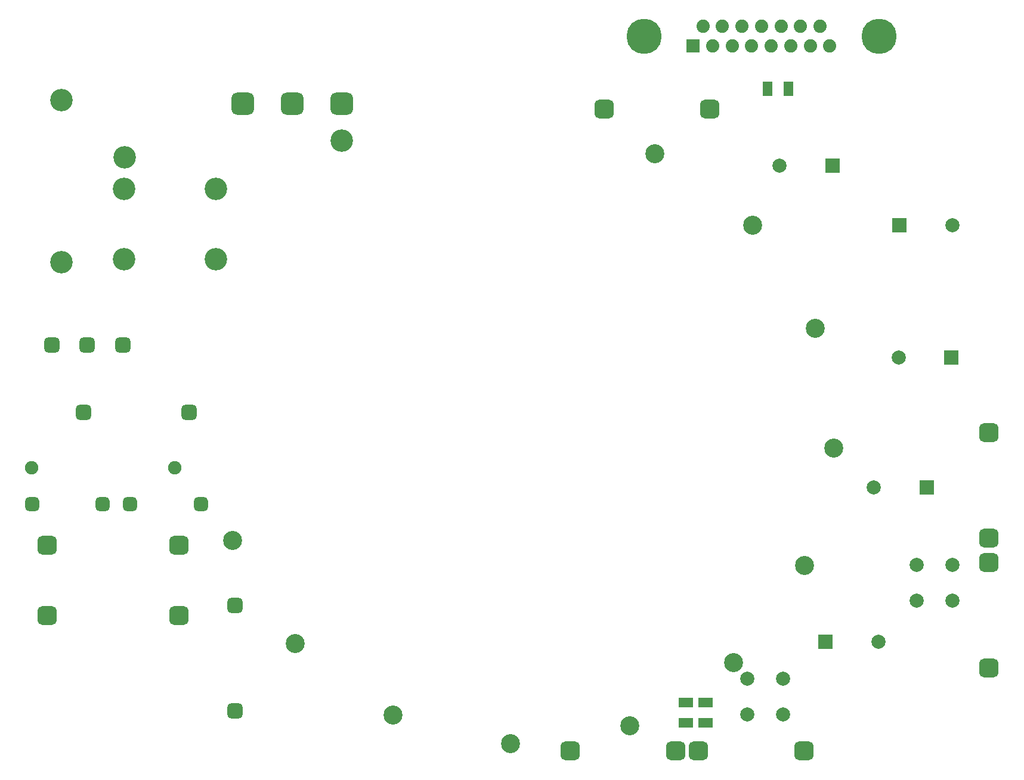
<source format=gts>
G04*
G04 #@! TF.GenerationSoftware,Altium Limited,Altium Designer,22.4.2 (48)*
G04*
G04 Layer_Color=8388736*
%FSLAX25Y25*%
%MOIN*%
G70*
G04*
G04 #@! TF.SameCoordinates,23B923AA-DDFE-472D-9B1F-352181B22740*
G04*
G04*
G04 #@! TF.FilePolarity,Negative*
G04*
G01*
G75*
%ADD15R,0.07887X0.05328*%
%ADD16R,0.05328X0.07887*%
%ADD17C,0.12611*%
G04:AMPARAMS|DCode=18|XSize=86.74mil|YSize=86.74mil|CornerRadius=23.68mil|HoleSize=0mil|Usage=FLASHONLY|Rotation=180.000|XOffset=0mil|YOffset=0mil|HoleType=Round|Shape=RoundedRectangle|*
%AMROUNDEDRECTD18*
21,1,0.08674,0.03937,0,0,180.0*
21,1,0.03937,0.08674,0,0,180.0*
1,1,0.04737,-0.01968,0.01968*
1,1,0.04737,0.01968,0.01968*
1,1,0.04737,0.01968,-0.01968*
1,1,0.04737,-0.01968,-0.01968*
%
%ADD18ROUNDEDRECTD18*%
%ADD19C,0.19698*%
%ADD20C,0.07453*%
%ADD21R,0.07453X0.07453*%
G04:AMPARAMS|DCode=22|XSize=126.11mil|YSize=126.11mil|CornerRadius=33.53mil|HoleSize=0mil|Usage=FLASHONLY|Rotation=0.000|XOffset=0mil|YOffset=0mil|HoleType=Round|Shape=RoundedRectangle|*
%AMROUNDEDRECTD22*
21,1,0.12611,0.05906,0,0,0.0*
21,1,0.05906,0.12611,0,0,0.0*
1,1,0.06706,0.02953,-0.02953*
1,1,0.06706,-0.02953,-0.02953*
1,1,0.06706,-0.02953,0.02953*
1,1,0.06706,0.02953,0.02953*
%
%ADD22ROUNDEDRECTD22*%
%ADD23C,0.07887*%
%ADD24R,0.07887X0.07887*%
G04:AMPARAMS|DCode=25|XSize=106.42mil|YSize=106.42mil|CornerRadius=28.61mil|HoleSize=0mil|Usage=FLASHONLY|Rotation=180.000|XOffset=0mil|YOffset=0mil|HoleType=Round|Shape=RoundedRectangle|*
%AMROUNDEDRECTD25*
21,1,0.10642,0.04921,0,0,180.0*
21,1,0.04921,0.10642,0,0,180.0*
1,1,0.05721,-0.02461,0.02461*
1,1,0.05721,0.02461,0.02461*
1,1,0.05721,0.02461,-0.02461*
1,1,0.05721,-0.02461,-0.02461*
%
%ADD25ROUNDEDRECTD25*%
%ADD26C,0.10642*%
G04:AMPARAMS|DCode=27|XSize=106.42mil|YSize=106.42mil|CornerRadius=28.61mil|HoleSize=0mil|Usage=FLASHONLY|Rotation=90.000|XOffset=0mil|YOffset=0mil|HoleType=Round|Shape=RoundedRectangle|*
%AMROUNDEDRECTD27*
21,1,0.10642,0.04921,0,0,90.0*
21,1,0.04921,0.10642,0,0,90.0*
1,1,0.05721,0.02461,0.02461*
1,1,0.05721,0.02461,-0.02461*
1,1,0.05721,-0.02461,-0.02461*
1,1,0.05721,-0.02461,0.02461*
%
%ADD27ROUNDEDRECTD27*%
G04:AMPARAMS|DCode=28|XSize=86.74mil|YSize=86.74mil|CornerRadius=23.68mil|HoleSize=0mil|Usage=FLASHONLY|Rotation=90.000|XOffset=0mil|YOffset=0mil|HoleType=Round|Shape=RoundedRectangle|*
%AMROUNDEDRECTD28*
21,1,0.08674,0.03937,0,0,90.0*
21,1,0.03937,0.08674,0,0,90.0*
1,1,0.04737,0.01968,0.01968*
1,1,0.04737,0.01968,-0.01968*
1,1,0.04737,-0.01968,-0.01968*
1,1,0.04737,-0.01968,0.01968*
%
%ADD28ROUNDEDRECTD28*%
%ADD29C,0.07493*%
G04:AMPARAMS|DCode=30|XSize=78.87mil|YSize=78.87mil|CornerRadius=21.72mil|HoleSize=0mil|Usage=FLASHONLY|Rotation=180.000|XOffset=0mil|YOffset=0mil|HoleType=Round|Shape=RoundedRectangle|*
%AMROUNDEDRECTD30*
21,1,0.07887,0.03543,0,0,180.0*
21,1,0.03543,0.07887,0,0,180.0*
1,1,0.04343,-0.01772,0.01772*
1,1,0.04343,0.01772,0.01772*
1,1,0.04343,0.01772,-0.01772*
1,1,0.04343,-0.01772,-0.01772*
%
%ADD30ROUNDEDRECTD30*%
D15*
X97000Y-178791D02*
D03*
Y-190209D02*
D03*
X108000Y-178791D02*
D03*
Y-190209D02*
D03*
D16*
X142791Y164500D02*
D03*
X154209D02*
D03*
D17*
X-252000Y158051D02*
D03*
Y67500D02*
D03*
X-165819Y108500D02*
D03*
Y69130D02*
D03*
X-217000Y108500D02*
D03*
Y69130D02*
D03*
X-95441Y135559D02*
D03*
X-216500Y126000D02*
D03*
D18*
X-180500Y-16500D02*
D03*
X-239555D02*
D03*
X-217815Y21000D02*
D03*
X-237500D02*
D03*
X-257185D02*
D03*
D19*
X204874Y193910D02*
D03*
X73693D02*
D03*
D20*
X177453Y188319D02*
D03*
X172000Y199500D02*
D03*
X166547Y188319D02*
D03*
X161094Y199500D02*
D03*
X155642Y188319D02*
D03*
X150189Y199500D02*
D03*
X144736Y188319D02*
D03*
X139284Y199500D02*
D03*
X133831Y188319D02*
D03*
X128378Y199500D02*
D03*
X122925Y188319D02*
D03*
X117473Y199500D02*
D03*
X112020Y188319D02*
D03*
X106567Y199500D02*
D03*
D21*
X101114Y188319D02*
D03*
D22*
X-123000Y156000D02*
D03*
X-95441D02*
D03*
X-150559D02*
D03*
D23*
X149472Y121500D02*
D03*
X226000Y-102000D02*
D03*
X246000D02*
D03*
Y-122000D02*
D03*
X226000D02*
D03*
X215972Y14000D02*
D03*
X202000Y-58500D02*
D03*
X246000Y88000D02*
D03*
X204528Y-145000D02*
D03*
X151500Y-165500D02*
D03*
Y-185500D02*
D03*
X131500D02*
D03*
Y-165500D02*
D03*
D24*
X179000Y121500D02*
D03*
X245500Y14000D02*
D03*
X231528Y-58500D02*
D03*
X216472Y88000D02*
D03*
X175000Y-145000D02*
D03*
D25*
X-260000Y-130370D02*
D03*
Y-91000D02*
D03*
X-186181D02*
D03*
Y-130370D02*
D03*
X110500Y153000D02*
D03*
X51445Y153000D02*
D03*
X163055Y-206000D02*
D03*
X104000D02*
D03*
X91500D02*
D03*
X32445D02*
D03*
D26*
X-156281Y-88248D02*
D03*
X-121217Y-146031D02*
D03*
X-66710Y-185998D02*
D03*
X-1056Y-202063D02*
D03*
X65748Y-191781D02*
D03*
X123531Y-156717D02*
D03*
X163498Y-102209D02*
D03*
X179563Y-36556D02*
D03*
X169281Y30248D02*
D03*
X134217Y88031D02*
D03*
X79710Y127998D02*
D03*
D27*
X266500Y-28000D02*
D03*
Y-87055D02*
D03*
Y-100445D02*
D03*
Y-159500D02*
D03*
D28*
X-155000Y-124500D02*
D03*
Y-183555D02*
D03*
D29*
X-188500Y-47500D02*
D03*
X-268500D02*
D03*
D30*
X-268370Y-68000D02*
D03*
X-229000D02*
D03*
X-174130D02*
D03*
X-213500D02*
D03*
M02*

</source>
